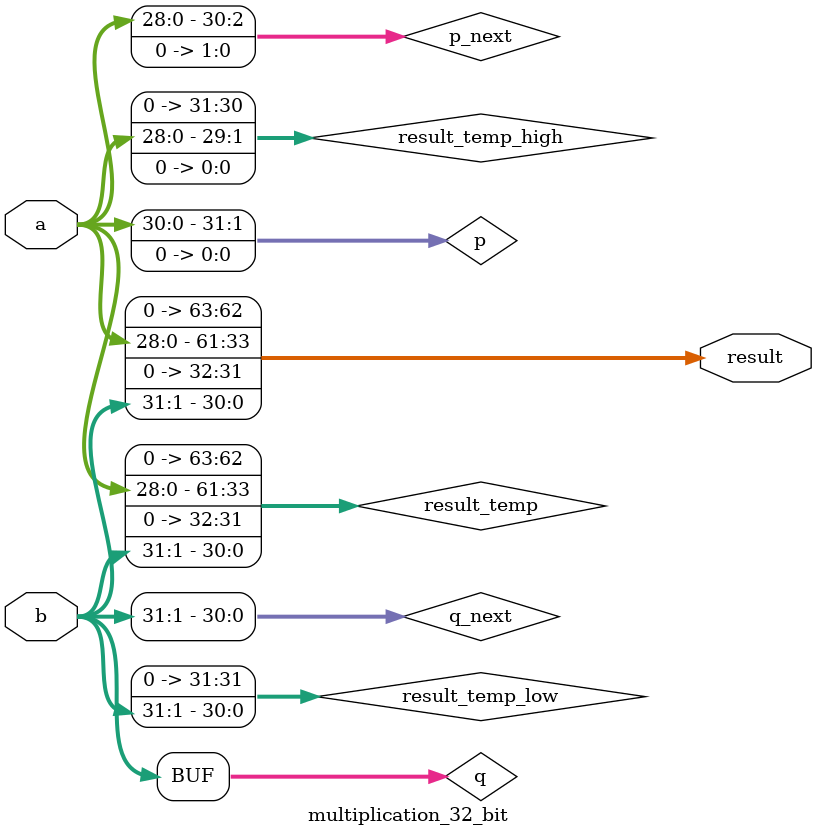
<source format=v>
module multiplication_32_bit (
  input wire [31:0] a,
  input wire [31:0] b,
  output wire [63:0] result
);

  wire [31:0] p;
  wire [31:0] q;
  wire [31:0] n;
  wire [31:0] sum;

  reg[30:0] p_next;
  reg [30:0] q_next;

  wire [63:0] result_temp;
  wire [31:0] result_temp_low;
  wire [31:0] result_temp_high;

  assign p = a << 1;
  assign q = {b[31], b[30:0]};
  assign n = ~b + 1;
  assign sum = q + n;

  always @ (p or sum) begin
    if (p[0] == 1'b0) begin
      p_next = {p[30:0], 1'b0};
    end else if (p[0] == 1'b1 && sum[0] == 1'b0) begin
      p_next = {sum[30:0], 1'b0};
    end else begin
      p_next = {sum[30:0], 1'b1};
    end
  end

  always @ (p_next or q) begin
    if (p_next[0] == 1'b0) begin
      q_next = q >> 1;
    end else if (p_next[0] == 1'b1 && q[0] == 1'b0) begin
      q_next = (q + n) >> 1;
    end else begin
      q_next = (q + p) >> 1;
    end
  end

  assign result_temp = {p_next, q_next};
  assign result_temp_low = result_temp[31:0];
  assign result_temp_high = result_temp[63:32];
  assign result = {result_temp_high, result_temp_low};

endmodule

</source>
